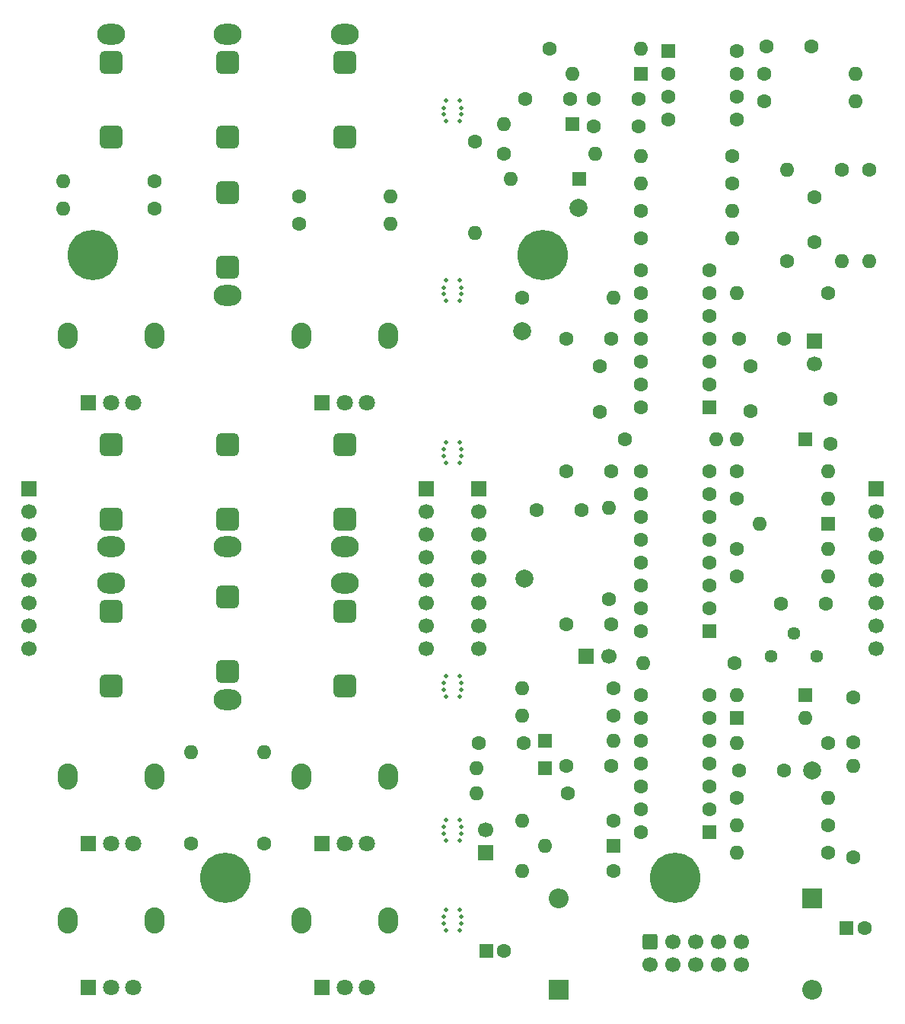
<source format=gts>
%TF.GenerationSoftware,KiCad,Pcbnew,9.0.3*%
%TF.CreationDate,2026-01-03T16:36:44+00:00*%
%TF.ProjectId,state-variable-filter,73746174-652d-4766-9172-6961626c652d,rev?*%
%TF.SameCoordinates,Original*%
%TF.FileFunction,Soldermask,Top*%
%TF.FilePolarity,Negative*%
%FSLAX46Y46*%
G04 Gerber Fmt 4.6, Leading zero omitted, Abs format (unit mm)*
G04 Created by KiCad (PCBNEW 9.0.3) date 2026-01-03 16:36:44*
%MOMM*%
%LPD*%
G01*
G04 APERTURE LIST*
G04 Aperture macros list*
%AMRoundRect*
0 Rectangle with rounded corners*
0 $1 Rounding radius*
0 $2 $3 $4 $5 $6 $7 $8 $9 X,Y pos of 4 corners*
0 Add a 4 corners polygon primitive as box body*
4,1,4,$2,$3,$4,$5,$6,$7,$8,$9,$2,$3,0*
0 Add four circle primitives for the rounded corners*
1,1,$1+$1,$2,$3*
1,1,$1+$1,$4,$5*
1,1,$1+$1,$6,$7*
1,1,$1+$1,$8,$9*
0 Add four rect primitives between the rounded corners*
20,1,$1+$1,$2,$3,$4,$5,0*
20,1,$1+$1,$4,$5,$6,$7,0*
20,1,$1+$1,$6,$7,$8,$9,0*
20,1,$1+$1,$8,$9,$2,$3,0*%
G04 Aperture macros list end*
%ADD10C,1.600000*%
%ADD11O,1.600000X1.600000*%
%ADD12O,3.100000X2.300000*%
%ADD13RoundRect,0.650000X0.650000X0.650000X-0.650000X0.650000X-0.650000X-0.650000X0.650000X-0.650000X0*%
%ADD14R,2.200000X2.200000*%
%ADD15O,2.200000X2.200000*%
%ADD16R,1.600000X1.600000*%
%ADD17C,5.600000*%
%ADD18O,2.200000X2.900000*%
%ADD19R,1.800000X1.800000*%
%ADD20C,1.800000*%
%ADD21RoundRect,0.250000X0.550000X0.550000X-0.550000X0.550000X-0.550000X-0.550000X0.550000X-0.550000X0*%
%ADD22C,0.500000*%
%ADD23RoundRect,0.650000X-0.650000X-0.650000X0.650000X-0.650000X0.650000X0.650000X-0.650000X0.650000X0*%
%ADD24R,1.700000X1.700000*%
%ADD25C,1.700000*%
%ADD26RoundRect,0.250000X-0.550000X-0.550000X0.550000X-0.550000X0.550000X0.550000X-0.550000X0.550000X0*%
%ADD27C,2.000000*%
%ADD28RoundRect,0.250000X-0.600000X0.600000X-0.600000X-0.600000X0.600000X-0.600000X0.600000X0.600000X0*%
%ADD29C,1.440000*%
G04 APERTURE END LIST*
D10*
%TO.C,R19*%
X162814000Y-66548000D03*
D11*
X162814000Y-76708000D03*
%TD*%
D10*
%TO.C,R21*%
X161290000Y-80264000D03*
D11*
X151130000Y-80264000D03*
%TD*%
D12*
%TO.C,J10*%
X107500000Y-112520000D03*
D13*
X107500000Y-123920000D03*
X107500000Y-115620000D03*
%TD*%
D14*
%TO.C,D5*%
X131318000Y-157734000D03*
D15*
X131318000Y-147574000D03*
%TD*%
D16*
%TO.C,D7*%
X161290000Y-105918000D03*
D11*
X153670000Y-105918000D03*
%TD*%
D10*
%TO.C,R8*%
X130302000Y-53086000D03*
D11*
X140462000Y-53086000D03*
%TD*%
D10*
%TO.C,R22*%
X150622000Y-68072000D03*
D11*
X140462000Y-68072000D03*
%TD*%
D10*
%TO.C,R29*%
X151130000Y-108712000D03*
D11*
X161290000Y-108712000D03*
%TD*%
D10*
%TO.C,C6*%
X132160000Y-100076000D03*
X137160000Y-100076000D03*
%TD*%
%TO.C,C12*%
X152654000Y-88392000D03*
X152654000Y-93392000D03*
%TD*%
D17*
%TO.C,H2*%
X79500000Y-76000000D03*
%TD*%
D16*
%TO.C,D12*%
X137414000Y-141732000D03*
D11*
X129794000Y-141732000D03*
%TD*%
D10*
%TO.C,C18*%
X164084000Y-125222000D03*
X164084000Y-130222000D03*
%TD*%
%TO.C,R16*%
X137414000Y-138938000D03*
D11*
X127254000Y-138938000D03*
%TD*%
D10*
%TO.C,R23*%
X156718000Y-76708000D03*
D11*
X156718000Y-66548000D03*
%TD*%
D16*
%TO.C,D4*%
X129794000Y-133096000D03*
D11*
X122174000Y-133096000D03*
%TD*%
D10*
%TO.C,C17*%
X161036000Y-114808000D03*
X156036000Y-114808000D03*
%TD*%
D18*
%TO.C,RV4*%
X102700000Y-85000000D03*
X112300000Y-85000000D03*
D19*
X105000000Y-92500000D03*
D20*
X107500000Y-92500000D03*
X110000000Y-92500000D03*
%TD*%
D10*
%TO.C,R35*%
X165862000Y-66548000D03*
D11*
X165862000Y-76708000D03*
%TD*%
D10*
%TO.C,C3*%
X132160000Y-85344000D03*
X137160000Y-85344000D03*
%TD*%
%TO.C,R14*%
X132334000Y-135890000D03*
D11*
X122174000Y-135890000D03*
%TD*%
D17*
%TO.C,H4*%
X144250000Y-145250000D03*
%TD*%
D10*
%TO.C,C15*%
X161544000Y-97028000D03*
X161544000Y-92028000D03*
%TD*%
%TO.C,R2*%
X86360000Y-70866000D03*
D11*
X76200000Y-70866000D03*
%TD*%
D10*
%TO.C,R25*%
X150622000Y-65024000D03*
D11*
X140462000Y-65024000D03*
%TD*%
D18*
%TO.C,RV1*%
X76700000Y-85000000D03*
X86300000Y-85000000D03*
D19*
X79000000Y-92500000D03*
D20*
X81500000Y-92500000D03*
X84000000Y-92500000D03*
%TD*%
D12*
%TO.C,J5*%
X94500000Y-51520000D03*
D13*
X94500000Y-62920000D03*
X94500000Y-54620000D03*
%TD*%
D12*
%TO.C,J1*%
X81500000Y-51520000D03*
D13*
X81500000Y-62920000D03*
X81500000Y-54620000D03*
%TD*%
D10*
%TO.C,C14*%
X159766000Y-69596000D03*
X159766000Y-74596000D03*
%TD*%
%TO.C,R37*%
X137414000Y-144526000D03*
D11*
X127254000Y-144526000D03*
%TD*%
D21*
%TO.C,U4*%
X148082000Y-140208000D03*
D10*
X148082000Y-137668000D03*
X148082000Y-135128000D03*
X148082000Y-132588000D03*
X148082000Y-130048000D03*
X148082000Y-127508000D03*
X148082000Y-124968000D03*
X140462000Y-124968000D03*
X140462000Y-127508000D03*
X140462000Y-130048000D03*
X140462000Y-132588000D03*
X140462000Y-135128000D03*
X140462000Y-137668000D03*
X140462000Y-140208000D03*
%TD*%
D12*
%TO.C,J4*%
X81500000Y-112520000D03*
D13*
X81500000Y-123920000D03*
X81500000Y-115620000D03*
%TD*%
D22*
%TO.C,mouse-bite-1mm-slot*%
X118750000Y-61150000D03*
X120250000Y-61150000D03*
X118500000Y-60350000D03*
X120500000Y-60350000D03*
X118500000Y-59650000D03*
X120500000Y-59650000D03*
X118750000Y-58850000D03*
X120250000Y-58850000D03*
%TD*%
D16*
%TO.C,D1*%
X132842000Y-61468000D03*
D11*
X125222000Y-61468000D03*
%TD*%
D22*
%TO.C,mouse-bite-1mm-slot*%
X118750000Y-125150000D03*
X120250000Y-125150000D03*
X118500000Y-124350000D03*
X120500000Y-124350000D03*
X118500000Y-123650000D03*
X120500000Y-123650000D03*
X118750000Y-122850000D03*
X120250000Y-122850000D03*
%TD*%
D18*
%TO.C,RV6*%
X102700000Y-150000000D03*
X112300000Y-150000000D03*
D19*
X105000000Y-157500000D03*
D20*
X107500000Y-157500000D03*
X110000000Y-157500000D03*
%TD*%
D10*
%TO.C,R32*%
X161290000Y-142494000D03*
D11*
X151130000Y-142494000D03*
%TD*%
D22*
%TO.C,mouse-bite-1mm-slot*%
X118750000Y-141150000D03*
X120250000Y-141150000D03*
X118500000Y-140350000D03*
X120500000Y-140350000D03*
X118500000Y-139650000D03*
X120500000Y-139650000D03*
X118750000Y-138850000D03*
X120250000Y-138850000D03*
%TD*%
%TO.C,mouse-bite-1mm-slot*%
X118750000Y-151150000D03*
X120250000Y-151150000D03*
X118500000Y-150350000D03*
X120500000Y-150350000D03*
X118500000Y-149650000D03*
X120500000Y-149650000D03*
X118750000Y-148850000D03*
X120250000Y-148850000D03*
%TD*%
D10*
%TO.C,R28*%
X151130000Y-103124000D03*
D11*
X161290000Y-103124000D03*
%TD*%
D12*
%TO.C,J9*%
X107500000Y-108480000D03*
D23*
X107500000Y-97080000D03*
X107500000Y-105380000D03*
%TD*%
D10*
%TO.C,C2*%
X135208000Y-61722000D03*
X140208000Y-61722000D03*
%TD*%
%TO.C,R27*%
X151130000Y-100076000D03*
D11*
X161290000Y-100076000D03*
%TD*%
D10*
%TO.C,R4*%
X102420000Y-69500000D03*
D11*
X112580000Y-69500000D03*
%TD*%
D10*
%TO.C,R17*%
X154178000Y-55880000D03*
D11*
X164338000Y-55880000D03*
%TD*%
D10*
%TO.C,R6*%
X98500000Y-141500000D03*
D11*
X98500000Y-131340000D03*
%TD*%
D10*
%TO.C,R5*%
X90424000Y-141500000D03*
D11*
X90424000Y-131340000D03*
%TD*%
D10*
%TO.C,R1*%
X86360000Y-67818000D03*
D11*
X76200000Y-67818000D03*
%TD*%
D16*
%TO.C,D3*%
X129794000Y-130048000D03*
D11*
X137414000Y-130048000D03*
%TD*%
D10*
%TO.C,R20*%
X140462000Y-74168000D03*
D11*
X150622000Y-74168000D03*
%TD*%
D21*
%TO.C,U2*%
X148082000Y-92959000D03*
D10*
X148082000Y-90419000D03*
X148082000Y-87879000D03*
X148082000Y-85339000D03*
X148082000Y-82799000D03*
X148082000Y-80259000D03*
X148082000Y-77719000D03*
X140462000Y-77719000D03*
X140462000Y-80259000D03*
X140462000Y-82799000D03*
X140462000Y-85339000D03*
X140462000Y-87879000D03*
X140462000Y-90419000D03*
X140462000Y-92959000D03*
%TD*%
%TO.C,R12*%
X137414000Y-124206000D03*
D11*
X127254000Y-124206000D03*
%TD*%
D12*
%TO.C,J8*%
X94500000Y-108480000D03*
D23*
X94500000Y-97080000D03*
X94500000Y-105380000D03*
%TD*%
D10*
%TO.C,C10*%
X154432000Y-52832000D03*
X159432000Y-52832000D03*
%TD*%
D22*
%TO.C,mouse-bite-1mm-slot*%
X118750000Y-99150000D03*
X120250000Y-99150000D03*
X118500000Y-98350000D03*
X120500000Y-98350000D03*
X118500000Y-97650000D03*
X120500000Y-97650000D03*
X118750000Y-96850000D03*
X120250000Y-96850000D03*
%TD*%
D10*
%TO.C,R10*%
X125222000Y-64770000D03*
D11*
X135382000Y-64770000D03*
%TD*%
D10*
%TO.C,R9*%
X127250000Y-80750000D03*
D11*
X137410000Y-80750000D03*
%TD*%
D24*
%TO.C,J14*%
X166600000Y-102000000D03*
D25*
X166600000Y-104540000D03*
X166600000Y-107080000D03*
X166600000Y-109620000D03*
X166600000Y-112160000D03*
X166600000Y-114700000D03*
X166600000Y-117240000D03*
X166600000Y-119780000D03*
%TD*%
D12*
%TO.C,J11*%
X94500000Y-125480000D03*
D23*
X94500000Y-114080000D03*
X94500000Y-122380000D03*
%TD*%
D10*
%TO.C,R33*%
X164084000Y-143002000D03*
D11*
X164084000Y-132842000D03*
%TD*%
D10*
%TO.C,R36*%
X150876000Y-121412000D03*
D11*
X140716000Y-121412000D03*
%TD*%
D16*
%TO.C,D2*%
X133604000Y-67564000D03*
D11*
X125984000Y-67564000D03*
%TD*%
D10*
%TO.C,R34*%
X161290000Y-139446000D03*
D11*
X151130000Y-139446000D03*
%TD*%
D18*
%TO.C,RV3*%
X76700000Y-150000000D03*
X86300000Y-150000000D03*
D19*
X79000000Y-157500000D03*
D20*
X81500000Y-157500000D03*
X84000000Y-157500000D03*
%TD*%
D16*
%TO.C,D8*%
X158750000Y-96520000D03*
D11*
X151130000Y-96520000D03*
%TD*%
D10*
%TO.C,R26*%
X151130000Y-111760000D03*
D11*
X161290000Y-111760000D03*
%TD*%
D10*
%TO.C,R18*%
X154178000Y-58928000D03*
D11*
X164338000Y-58928000D03*
%TD*%
D17*
%TO.C,H1*%
X129500000Y-76000000D03*
%TD*%
D12*
%TO.C,J7*%
X94500000Y-80480000D03*
D23*
X94500000Y-69080000D03*
X94500000Y-77380000D03*
%TD*%
D18*
%TO.C,RV5*%
X102700000Y-134000000D03*
X112300000Y-134000000D03*
D19*
X105000000Y-141500000D03*
D20*
X107500000Y-141500000D03*
X110000000Y-141500000D03*
%TD*%
D18*
%TO.C,RV2*%
X76700000Y-134000000D03*
X86300000Y-134000000D03*
D19*
X79000000Y-141500000D03*
D20*
X81500000Y-141500000D03*
X84000000Y-141500000D03*
%TD*%
D21*
%TO.C,U3*%
X148082000Y-117856000D03*
D10*
X148082000Y-115316000D03*
X148082000Y-112776000D03*
X148082000Y-110236000D03*
X148082000Y-107696000D03*
X148082000Y-105156000D03*
X148082000Y-102616000D03*
X148082000Y-100076000D03*
X140462000Y-100076000D03*
X140462000Y-102616000D03*
X140462000Y-105156000D03*
X140462000Y-107696000D03*
X140462000Y-110236000D03*
X140462000Y-112776000D03*
X140462000Y-115316000D03*
X140462000Y-117856000D03*
%TD*%
%TO.C,C13*%
X151384000Y-85344000D03*
X156384000Y-85344000D03*
%TD*%
D12*
%TO.C,J6*%
X107500000Y-51520000D03*
D13*
X107500000Y-62920000D03*
X107500000Y-54620000D03*
%TD*%
D10*
%TO.C,C16*%
X151384000Y-133350000D03*
X156384000Y-133350000D03*
%TD*%
D16*
%TO.C,D9*%
X158750000Y-124968000D03*
D11*
X151130000Y-124968000D03*
%TD*%
D26*
%TO.C,U1*%
X143510000Y-53340000D03*
D10*
X143510000Y-55880000D03*
X143510000Y-58420000D03*
X143510000Y-60960000D03*
X151130000Y-60960000D03*
X151130000Y-58420000D03*
X151130000Y-55880000D03*
X151130000Y-53340000D03*
%TD*%
%TO.C,C11*%
X140208000Y-58674000D03*
X135208000Y-58674000D03*
%TD*%
%TO.C,R13*%
X137414000Y-127254000D03*
D11*
X127254000Y-127254000D03*
%TD*%
D10*
%TO.C,C4*%
X135890000Y-88432000D03*
X135890000Y-93432000D03*
%TD*%
D14*
%TO.C,D11*%
X159512000Y-147574000D03*
D15*
X159512000Y-157734000D03*
%TD*%
D22*
%TO.C,mouse-bite-1mm-slot*%
X118750000Y-81150000D03*
X120250000Y-81150000D03*
X118500000Y-80350000D03*
X120500000Y-80350000D03*
X118500000Y-79650000D03*
X120500000Y-79650000D03*
X118750000Y-78850000D03*
X120250000Y-78850000D03*
%TD*%
D17*
%TO.C,H3*%
X94250000Y-145250000D03*
%TD*%
D10*
%TO.C,C1*%
X127588000Y-58674000D03*
X132588000Y-58674000D03*
%TD*%
%TO.C,R15*%
X136906000Y-114300000D03*
D11*
X136906000Y-104140000D03*
%TD*%
D10*
%TO.C,R30*%
X161290000Y-130302000D03*
D11*
X151130000Y-130302000D03*
%TD*%
D10*
%TO.C,C9*%
X122428000Y-130302000D03*
X127428000Y-130302000D03*
%TD*%
D16*
%TO.C,D6*%
X140462000Y-55880000D03*
D11*
X132842000Y-55880000D03*
%TD*%
D12*
%TO.C,J3*%
X81500000Y-108480000D03*
D23*
X81500000Y-97080000D03*
X81500000Y-105380000D03*
%TD*%
D10*
%TO.C,R24*%
X140462000Y-71120000D03*
D11*
X150622000Y-71120000D03*
%TD*%
D10*
%TO.C,C7*%
X137160000Y-117094000D03*
X132160000Y-117094000D03*
%TD*%
%TO.C,R7*%
X122000000Y-63420000D03*
D11*
X122000000Y-73580000D03*
%TD*%
D10*
%TO.C,R3*%
X102420000Y-72600000D03*
D11*
X112580000Y-72600000D03*
%TD*%
D10*
%TO.C,C5*%
X133858000Y-104394000D03*
X128858000Y-104394000D03*
%TD*%
%TO.C,R11*%
X138684000Y-96520000D03*
D11*
X148844000Y-96520000D03*
%TD*%
D10*
%TO.C,C8*%
X132160000Y-132842000D03*
X137160000Y-132842000D03*
%TD*%
D24*
%TO.C,J12*%
X122400000Y-102000000D03*
D25*
X122400000Y-104540000D03*
X122400000Y-107080000D03*
X122400000Y-109620000D03*
X122400000Y-112160000D03*
X122400000Y-114700000D03*
X122400000Y-117240000D03*
X122400000Y-119780000D03*
%TD*%
D10*
%TO.C,R31*%
X151130000Y-136398000D03*
D11*
X161290000Y-136398000D03*
%TD*%
D16*
%TO.C,D10*%
X151130000Y-127508000D03*
D11*
X158750000Y-127508000D03*
%TD*%
D27*
%TO.C,TP2*%
X127250000Y-84500000D03*
%TD*%
%TO.C,TP1*%
X159512000Y-133350000D03*
%TD*%
%TO.C,TP4*%
X127508000Y-112014000D03*
%TD*%
D16*
%TO.C,C19*%
X163322000Y-150876000D03*
D10*
X165322000Y-150876000D03*
%TD*%
D28*
%TO.C,J15*%
X141478000Y-152400000D03*
D25*
X141478000Y-154940000D03*
X144018000Y-152400000D03*
X144018000Y-154940000D03*
X146558000Y-152400000D03*
X146558000Y-154940000D03*
X149098000Y-152400000D03*
X149098000Y-154940000D03*
X151638000Y-152400000D03*
X151638000Y-154940000D03*
%TD*%
D29*
%TO.C,RV7*%
X160020000Y-120650000D03*
X157480000Y-118110000D03*
X154940000Y-120650000D03*
%TD*%
D24*
%TO.C,J2*%
X72400000Y-102000000D03*
D25*
X72400000Y-104540000D03*
X72400000Y-107080000D03*
X72400000Y-109620000D03*
X72400000Y-112160000D03*
X72400000Y-114700000D03*
X72400000Y-117240000D03*
X72400000Y-119780000D03*
%TD*%
D24*
%TO.C,JP1*%
X159766000Y-85598000D03*
D25*
X159766000Y-88138000D03*
%TD*%
D27*
%TO.C,TP3*%
X133500000Y-70750000D03*
%TD*%
D24*
%TO.C,JP3*%
X123190000Y-142494000D03*
D25*
X123190000Y-139954000D03*
%TD*%
D16*
%TO.C,C20*%
X123222000Y-153416000D03*
D10*
X125222000Y-153416000D03*
%TD*%
D24*
%TO.C,J13*%
X116600000Y-102000000D03*
D25*
X116600000Y-104540000D03*
X116600000Y-107080000D03*
X116600000Y-109620000D03*
X116600000Y-112160000D03*
X116600000Y-114700000D03*
X116600000Y-117240000D03*
X116600000Y-119780000D03*
%TD*%
D24*
%TO.C,JP2*%
X134366000Y-120650000D03*
D25*
X136906000Y-120650000D03*
%TD*%
M02*

</source>
